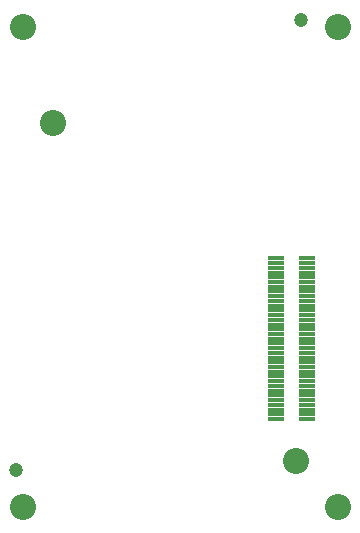
<source format=gbr>
G04 EAGLE Gerber RS-274X export*
G75*
%MOMM*%
%FSLAX34Y34*%
%LPD*%
%INSoldermask Bottom*%
%IPPOS*%
%AMOC8*
5,1,8,0,0,1.08239X$1,22.5*%
G01*
%ADD10C,2.203200*%
%ADD11R,1.343200X0.403200*%
%ADD12C,1.203200*%


D10*
X285750Y19050D03*
X19050Y19050D03*
X19050Y425450D03*
X285750Y425450D03*
D11*
X259600Y93800D03*
X233200Y93800D03*
X259600Y97800D03*
X233200Y97800D03*
X259600Y101800D03*
X233200Y101800D03*
X259600Y105800D03*
X233200Y105800D03*
X259600Y109800D03*
X233200Y109800D03*
X259600Y113800D03*
X233200Y113800D03*
X259600Y117800D03*
X233200Y117800D03*
X259600Y121800D03*
X233200Y121800D03*
X259600Y125800D03*
X233200Y125800D03*
X259600Y129800D03*
X233200Y129800D03*
X259600Y133800D03*
X233200Y133800D03*
X259600Y137800D03*
X233200Y137800D03*
X259600Y141800D03*
X233200Y141800D03*
X259600Y145800D03*
X233200Y145800D03*
X259600Y149800D03*
X233200Y149800D03*
X259600Y153800D03*
X233200Y153800D03*
X259600Y157800D03*
X233200Y157800D03*
X259600Y161800D03*
X233200Y161800D03*
X259600Y165800D03*
X233200Y165800D03*
X259600Y169800D03*
X233200Y169800D03*
X259600Y173800D03*
X233200Y173800D03*
X259600Y177800D03*
X233200Y177800D03*
X259600Y181800D03*
X233200Y181800D03*
X259600Y185800D03*
X233200Y185800D03*
X259600Y189800D03*
X233200Y189800D03*
X259600Y193800D03*
X233200Y193800D03*
X259600Y197800D03*
X233200Y197800D03*
X259600Y201800D03*
X233200Y201800D03*
X259600Y205800D03*
X233200Y205800D03*
X259600Y209800D03*
X233200Y209800D03*
X259600Y213800D03*
X233200Y213800D03*
X259600Y217800D03*
X233200Y217800D03*
X259600Y221800D03*
X233200Y221800D03*
X259600Y225800D03*
X233200Y225800D03*
X259600Y229800D03*
X233200Y229800D03*
D10*
X44100Y344800D03*
X250100Y57900D03*
D12*
X254000Y431800D03*
X12700Y50800D03*
M02*

</source>
